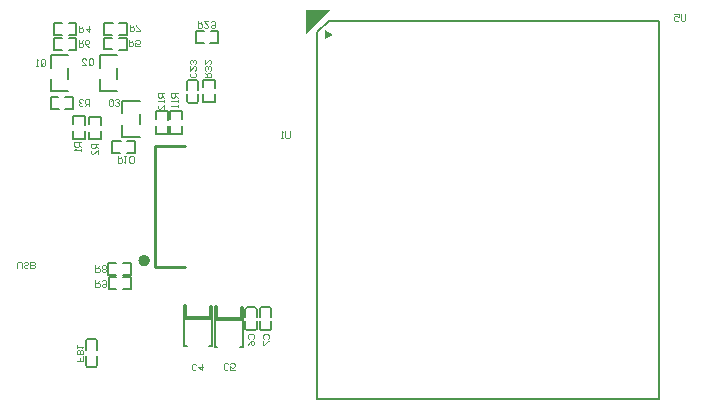
<source format=gbo>
G04 Layer_Color=32896*
%FSLAX44Y44*%
%MOMM*%
G71*
G01*
G75*
%ADD34C,0.1270*%
%ADD35C,0.5000*%
%ADD37C,0.2000*%
%ADD58C,0.2540*%
%ADD86C,0.1524*%
%ADD89C,0.1000*%
%ADD92R,2.3876X0.4572*%
G36*
X294980Y321142D02*
X288130Y317292D01*
Y324912D01*
X294980Y321142D01*
D02*
G37*
G36*
X272505Y321757D02*
Y342077D01*
X292825D01*
X272505Y321757D01*
D02*
G37*
D34*
X281445Y13147D02*
X571445D01*
Y333147D01*
X291515D02*
X571445D01*
X281445Y323077D02*
X291515Y333147D01*
X281445Y13147D02*
Y323077D01*
X120777Y231244D02*
X127479Y231255D01*
X108458Y231367D02*
X115482Y231378D01*
X120903Y221233D02*
X127479Y221244D01*
X108458Y221210D02*
X114939Y221221D01*
X108458Y221210D02*
Y231367D01*
X127479Y221244D02*
Y231255D01*
X155190Y243855D02*
X155202Y237153D01*
X155313Y256174D02*
X155325Y249150D01*
X145179Y243729D02*
X145190Y237153D01*
X145156Y256174D02*
X145167Y249693D01*
X145156Y256174D02*
X155313D01*
X145190Y237153D02*
X155202D01*
X157108Y256166D02*
X157120Y249464D01*
X156985Y244169D02*
X156997Y237145D01*
X167120Y256166D02*
X167131Y249590D01*
X167143Y243626D02*
X167154Y237145D01*
X156997D02*
X167154D01*
X157108Y256166D02*
X167120D01*
X179236Y314379D02*
X185937Y314391D01*
X191232Y314256D02*
X198256Y314268D01*
X179236Y324391D02*
X185811Y324402D01*
X191776Y324414D02*
X198256Y324425D01*
Y314268D02*
Y324425D01*
X179236Y314379D02*
Y324391D01*
X194912Y270801D02*
X194923Y264099D01*
X195034Y283120D02*
X195046Y276096D01*
X184900Y270675D02*
X184912Y264099D01*
X184877Y283120D02*
X184889Y276639D01*
X184877Y283120D02*
X195034D01*
X184912Y264099D02*
X194923D01*
X117167Y127756D02*
X123868Y127768D01*
X104848Y127879D02*
X111872Y127891D01*
X117292Y117745D02*
X123868Y117756D01*
X104848Y117722D02*
X111328Y117733D01*
X104848Y117722D02*
Y127879D01*
X123868Y117756D02*
Y127768D01*
X105220Y105798D02*
X111921Y105809D01*
X117216Y105675D02*
X124240Y105687D01*
X105220Y115810D02*
X111796Y115821D01*
X117760Y115833D02*
X124240Y115844D01*
Y105687D02*
Y115844D01*
X105220Y105798D02*
Y115810D01*
X85086Y239791D02*
X85098Y233089D01*
X85209Y252110D02*
X85221Y245086D01*
X75075Y239665D02*
X75086Y233089D01*
X75052Y252110D02*
X75063Y245629D01*
X75052Y252110D02*
X85209D01*
X75086Y233089D02*
X85098D01*
X98439Y239337D02*
X98450Y232636D01*
X98561Y251656D02*
X98573Y244632D01*
X88427Y239212D02*
X88439Y232636D01*
X88405Y251656D02*
X88416Y245176D01*
X88405Y251656D02*
X98561D01*
X88439Y232636D02*
X98450D01*
X56143Y258054D02*
X62844Y258065D01*
X68139Y257931D02*
X75163Y257943D01*
X56143Y268065D02*
X62718Y268077D01*
X68682Y268088D02*
X75163Y268099D01*
Y257943D02*
Y268099D01*
X56143Y258054D02*
Y268065D01*
X71303Y318620D02*
X78004Y318631D01*
X58984Y318743D02*
X66008Y318755D01*
X71428Y308609D02*
X78004Y308620D01*
X58984Y308586D02*
X65464Y308597D01*
X58984Y308586D02*
Y318743D01*
X78004Y308620D02*
Y318631D01*
X71303Y330956D02*
X78004Y330968D01*
X58984Y331079D02*
X66008Y331091D01*
X71428Y320945D02*
X78004Y320956D01*
X58984Y320922D02*
X65464Y320933D01*
X58984Y320922D02*
Y331079D01*
X78004Y320956D02*
Y330968D01*
X113975Y330956D02*
X120676Y330968D01*
X101656Y331079D02*
X108680Y331091D01*
X114100Y320945D02*
X120676Y320956D01*
X101656Y320922D02*
X108136Y320933D01*
X101656Y320922D02*
Y331079D01*
X120676Y320956D02*
Y330968D01*
X101656Y308709D02*
X108357Y308720D01*
X113652Y308586D02*
X120676Y308598D01*
X101656Y318720D02*
X108232Y318732D01*
X114196Y318743D02*
X120676Y318755D01*
Y308598D02*
Y318755D01*
X101656Y308709D02*
Y318720D01*
D35*
X137822Y129882D02*
G03*
X137822Y129882I-2499J0D01*
G01*
D37*
X217136Y90874D02*
X218914D01*
X195038Y91128D02*
X196816D01*
X195038Y57092D02*
Y91128D01*
Y57092D02*
X197324D01*
X218914Y56584D02*
Y90874D01*
X216374Y56584D02*
X218914D01*
X196816Y80968D02*
Y91128D01*
X217136Y80714D02*
Y90874D01*
X191025Y91729D02*
X192803D01*
X168927Y91983D02*
X170705D01*
X168927Y57947D02*
Y91983D01*
Y57947D02*
X171213D01*
X192803Y57439D02*
Y91729D01*
X190263Y57439D02*
X192803D01*
X170705Y81823D02*
Y91983D01*
X191025Y81569D02*
Y91729D01*
D58*
X144323Y226882D02*
X169901D01*
X144323Y124882D02*
Y226882D01*
Y124882D02*
X169322D01*
X169901D01*
D86*
X230891Y88805D02*
G03*
X229367Y90329I-1524J0D01*
G01*
X222443D02*
G03*
X220919Y88805I0J-1524D01*
G01*
X220935Y72344D02*
G03*
X222459Y70820I1524J0D01*
G01*
X229383D02*
G03*
X230907Y72344I0J1524D01*
G01*
X243092Y88773D02*
G03*
X241567Y90297I-1524J0D01*
G01*
X234643D02*
G03*
X233119Y88773I0J-1524D01*
G01*
X233135Y72312D02*
G03*
X234659Y70788I1524J0D01*
G01*
X241583D02*
G03*
X243107Y72312I0J1524D01*
G01*
X181335Y281226D02*
G03*
X179811Y282750I-1524J0D01*
G01*
X172887D02*
G03*
X171363Y281226I0J-1524D01*
G01*
X171379Y264765D02*
G03*
X172903Y263241I1524J0D01*
G01*
X179827D02*
G03*
X181351Y264765I0J1524D01*
G01*
X222443Y90329D02*
X229367D01*
X220919Y82257D02*
Y88805D01*
X230891Y82208D02*
Y88805D01*
X222459Y70820D02*
X229383D01*
X230884Y78674D02*
X230907Y72344D01*
X220935D02*
X220938Y78622D01*
X234643Y90297D02*
X241567D01*
X233119Y82225D02*
Y88773D01*
X243092Y82176D02*
Y88773D01*
X234659Y70788D02*
X241583D01*
X243084Y78642D02*
X243107Y72312D01*
X233135D02*
X233138Y78590D01*
X172887Y282750D02*
X179811D01*
X171363Y274678D02*
Y281226D01*
X181335Y274629D02*
Y281226D01*
X172903Y263241D02*
X179827D01*
X181328Y271095D02*
X181351Y264765D01*
X171379D02*
X171382Y271043D01*
X95699Y41648D02*
Y49549D01*
X94175Y40124D02*
X95699Y41648D01*
X87251Y40124D02*
X94175D01*
X85727Y41648D02*
X87251Y40124D01*
X85727Y41648D02*
Y49549D01*
X95699Y54073D02*
Y61974D01*
X94175Y63498D02*
X95699Y61974D01*
X87251Y63498D02*
X94175D01*
X85727Y61974D02*
X87251Y63498D01*
X85727Y54073D02*
Y61974D01*
X70619Y283839D02*
Y292947D01*
X56095Y293339D02*
Y303655D01*
X70619D01*
X56095Y273130D02*
Y283447D01*
Y273130D02*
X70619D01*
X112683Y283839D02*
Y292947D01*
X98159Y293339D02*
Y303655D01*
X112683D01*
X98159Y273130D02*
Y283447D01*
Y273130D02*
X112683D01*
X131479Y245231D02*
Y254339D01*
X116955Y254730D02*
Y265047D01*
X131479D01*
X116955Y234522D02*
Y244839D01*
Y234522D02*
X131479D01*
D89*
X179322Y37989D02*
X178406Y37073D01*
X176573D01*
X175657Y37989D01*
Y41655D01*
X176573Y42571D01*
X178406D01*
X179322Y41655D01*
X183904Y42571D02*
Y37073D01*
X181155Y39822D01*
X184820D01*
X206375Y38469D02*
X205458Y37552D01*
X203626D01*
X202709Y38469D01*
Y42134D01*
X203626Y43051D01*
X205458D01*
X206375Y42134D01*
X211873Y37552D02*
X208207D01*
Y40302D01*
X210040Y39385D01*
X210957D01*
X211873Y40302D01*
Y42134D01*
X210957Y43051D01*
X209124D01*
X208207Y42134D01*
X224035Y63769D02*
X223119Y64686D01*
Y66518D01*
X224035Y67435D01*
X227701D01*
X228617Y66518D01*
Y64686D01*
X227701Y63769D01*
X223119Y58271D02*
X224035Y60104D01*
X225868Y61936D01*
X227701D01*
X228617Y61020D01*
Y59187D01*
X227701Y58271D01*
X226784D01*
X225868Y59187D01*
Y61936D01*
X236744Y63737D02*
X235827Y64653D01*
Y66486D01*
X236744Y67402D01*
X240409D01*
X241326Y66486D01*
Y64653D01*
X240409Y63737D01*
X235827Y61904D02*
Y58239D01*
X236744D01*
X240409Y61904D01*
X241326D01*
X178609Y289028D02*
X179526Y288111D01*
Y286279D01*
X178609Y285362D01*
X174944D01*
X174027Y286279D01*
Y288111D01*
X174944Y289028D01*
X174027Y294526D02*
Y290861D01*
X177693Y294526D01*
X178609D01*
X179526Y293610D01*
Y291777D01*
X178609Y290861D01*
Y296359D02*
X179526Y297275D01*
Y299108D01*
X178609Y300024D01*
X177693D01*
X176776Y299108D01*
Y298192D01*
Y299108D01*
X175860Y300024D01*
X174944D01*
X174027Y299108D01*
Y297275D01*
X174944Y296359D01*
X83747Y48893D02*
Y45227D01*
X80998D01*
Y47060D01*
Y45227D01*
X78249D01*
X83747Y50726D02*
X78249D01*
Y53475D01*
X79165Y54391D01*
X80082D01*
X80998Y53475D01*
Y50726D01*
Y53475D01*
X81914Y54391D01*
X82831D01*
X83747Y53475D01*
Y50726D01*
X78249Y56224D02*
Y58057D01*
Y57140D01*
X83747D01*
X82831Y56224D01*
X47660Y295913D02*
Y299578D01*
X48576Y300495D01*
X50409D01*
X51325Y299578D01*
Y295913D01*
X50409Y294997D01*
X48576D01*
X49493Y296829D02*
X47660Y294997D01*
X48576D02*
X47660Y295913D01*
X45827Y294997D02*
X43994D01*
X44911D01*
Y300495D01*
X45827Y299578D01*
X88300Y296443D02*
Y300109D01*
X89216Y301025D01*
X91049D01*
X91965Y300109D01*
Y296443D01*
X91049Y295527D01*
X89216D01*
X90133Y297360D02*
X88300Y295527D01*
X89216D02*
X88300Y296443D01*
X82802Y295527D02*
X86467D01*
X82802Y299192D01*
Y300109D01*
X83718Y301025D01*
X85551D01*
X86467Y300109D01*
X81805Y229995D02*
X76307D01*
Y227246D01*
X77223Y226329D01*
X79056D01*
X79973Y227246D01*
Y229995D01*
Y228162D02*
X81805Y226329D01*
Y224496D02*
Y222664D01*
Y223580D01*
X76307D01*
X77223Y224496D01*
X96029Y228979D02*
X90531D01*
Y226230D01*
X91447Y225313D01*
X93280D01*
X94197Y226230D01*
Y228979D01*
Y227146D02*
X96029Y225313D01*
Y219815D02*
Y223480D01*
X92364Y219815D01*
X91447D01*
X90531Y220731D01*
Y222564D01*
X91447Y223480D01*
X88917Y260983D02*
Y266481D01*
X86168D01*
X85252Y265565D01*
Y263732D01*
X86168Y262815D01*
X88917D01*
X87085D02*
X85252Y260983D01*
X83419Y265565D02*
X82503Y266481D01*
X80670D01*
X79754Y265565D01*
Y264648D01*
X80670Y263732D01*
X81586D01*
X80670D01*
X79754Y262815D01*
Y261899D01*
X80670Y260983D01*
X82503D01*
X83419Y261899D01*
X80281Y328547D02*
Y323049D01*
X83030D01*
X83947Y323965D01*
Y325798D01*
X83030Y326714D01*
X80281D01*
X82114D02*
X83947Y328547D01*
X88529D02*
Y323049D01*
X85779Y325798D01*
X89445D01*
X122445Y316863D02*
Y311364D01*
X125194D01*
X126111Y312281D01*
Y314114D01*
X125194Y315030D01*
X122445D01*
X124278D02*
X126111Y316863D01*
X131609Y311364D02*
X127943D01*
Y314114D01*
X129776Y313197D01*
X130693D01*
X131609Y314114D01*
Y315946D01*
X130693Y316863D01*
X128860D01*
X127943Y315946D01*
X79773Y316355D02*
Y310856D01*
X82522D01*
X83439Y311773D01*
Y313606D01*
X82522Y314522D01*
X79773D01*
X81606D02*
X83439Y316355D01*
X88937Y310856D02*
X87104Y311773D01*
X85272Y313606D01*
Y315438D01*
X86188Y316355D01*
X88021D01*
X88937Y315438D01*
Y314522D01*
X88021Y313606D01*
X85272D01*
X122953Y329563D02*
Y324064D01*
X125702D01*
X126619Y324981D01*
Y326814D01*
X125702Y327730D01*
X122953D01*
X124786D02*
X126619Y329563D01*
X128451Y324064D02*
X132117D01*
Y324981D01*
X128451Y328646D01*
Y329563D01*
X93997Y125855D02*
Y120357D01*
X96746D01*
X97663Y121273D01*
Y123106D01*
X96746Y124022D01*
X93997D01*
X95830D02*
X97663Y125855D01*
X99495Y121273D02*
X100412Y120357D01*
X102245D01*
X103161Y121273D01*
Y122189D01*
X102245Y123106D01*
X103161Y124022D01*
Y124938D01*
X102245Y125855D01*
X100412D01*
X99495Y124938D01*
Y124022D01*
X100412Y123106D01*
X99495Y122189D01*
Y121273D01*
X100412Y123106D02*
X102245D01*
X93997Y113155D02*
Y107656D01*
X96746D01*
X97663Y108573D01*
Y110406D01*
X96746Y111322D01*
X93997D01*
X95830D02*
X97663Y113155D01*
X99495Y112238D02*
X100412Y113155D01*
X102245D01*
X103161Y112238D01*
Y108573D01*
X102245Y107656D01*
X100412D01*
X99495Y108573D01*
Y109489D01*
X100412Y110406D01*
X103161D01*
X112793Y218311D02*
Y212812D01*
X115542D01*
X116459Y213729D01*
Y215562D01*
X115542Y216478D01*
X112793D01*
X114626D02*
X116459Y218311D01*
X118292D02*
X120124D01*
X119208D01*
Y212812D01*
X118292Y213729D01*
X122873D02*
X123790Y212812D01*
X125622D01*
X126539Y213729D01*
Y217394D01*
X125622Y218311D01*
X123790D01*
X122873Y217394D01*
Y213729D01*
X163593Y271651D02*
X158095D01*
Y268902D01*
X159011Y267985D01*
X160844D01*
X161761Y268902D01*
Y271651D01*
Y269818D02*
X163593Y267985D01*
Y266152D02*
Y264320D01*
Y265236D01*
X158095D01*
X159011Y266152D01*
X163593Y261571D02*
Y259738D01*
Y260654D01*
X158095D01*
X159011Y261571D01*
X152417Y271651D02*
X146919D01*
Y268902D01*
X147835Y267985D01*
X149668D01*
X150584Y268902D01*
Y271651D01*
Y269818D02*
X152417Y267985D01*
Y266152D02*
Y264320D01*
Y265236D01*
X146919D01*
X147835Y266152D01*
X152417Y257905D02*
Y261571D01*
X148752Y257905D01*
X147835D01*
X146919Y258822D01*
Y260654D01*
X147835Y261571D01*
X180584Y332491D02*
Y326992D01*
X183333D01*
X184249Y327909D01*
Y329742D01*
X183333Y330658D01*
X180584D01*
X182416D02*
X184249Y332491D01*
X189747D02*
X186082D01*
X189747Y328825D01*
Y327909D01*
X188831Y326992D01*
X186998D01*
X186082Y327909D01*
X191580Y331574D02*
X192496Y332491D01*
X194329D01*
X195245Y331574D01*
Y327909D01*
X194329Y326992D01*
X192496D01*
X191580Y327909D01*
Y328825D01*
X192496Y329742D01*
X195245D01*
X186502Y285187D02*
X192001D01*
Y287936D01*
X191084Y288852D01*
X189251D01*
X188335Y287936D01*
Y285187D01*
Y287020D02*
X186502Y288852D01*
X191084Y290685D02*
X192001Y291602D01*
Y293434D01*
X191084Y294351D01*
X190168D01*
X189251Y293434D01*
Y292518D01*
Y293434D01*
X188335Y294351D01*
X187419D01*
X186502Y293434D01*
Y291602D01*
X187419Y290685D01*
X186502Y299849D02*
Y296183D01*
X190168Y299849D01*
X191084D01*
X192001Y298932D01*
Y297100D01*
X191084Y296183D01*
X258589Y239557D02*
Y234975D01*
X257673Y234059D01*
X255840D01*
X254924Y234975D01*
Y239557D01*
X253091Y234059D02*
X251258D01*
X252175D01*
Y239557D01*
X253091Y238641D01*
X593361Y338617D02*
Y334035D01*
X592445Y333119D01*
X590612D01*
X589696Y334035D01*
Y338617D01*
X584198D02*
X587863D01*
Y335868D01*
X586030Y336784D01*
X585114D01*
X584198Y335868D01*
Y334035D01*
X585114Y333119D01*
X586947D01*
X587863Y334035D01*
X27957Y123405D02*
Y127986D01*
X28874Y128903D01*
X30706D01*
X31623Y127986D01*
Y123405D01*
X37121Y124321D02*
X36205Y123405D01*
X34372D01*
X33456Y124321D01*
Y125237D01*
X34372Y126154D01*
X36205D01*
X37121Y127070D01*
Y127986D01*
X36205Y128903D01*
X34372D01*
X33456Y127986D01*
X38954Y123405D02*
Y128903D01*
X41703D01*
X42619Y127986D01*
Y127070D01*
X41703Y126154D01*
X38954D01*
X41703D01*
X42619Y125237D01*
Y124321D01*
X41703Y123405D01*
X38954D01*
X108839Y265654D02*
Y261989D01*
X107922Y261073D01*
X106090D01*
X105173Y261989D01*
Y265654D01*
X106090Y266571D01*
X107922D01*
X107006Y264738D02*
X108839Y266571D01*
X107922D02*
X108839Y265654D01*
X110672Y261989D02*
X111588Y261073D01*
X113421D01*
X114337Y261989D01*
Y262905D01*
X113421Y263822D01*
X112504D01*
X113421D01*
X114337Y264738D01*
Y265654D01*
X113421Y266571D01*
X111588D01*
X110672Y265654D01*
D92*
X206974Y80712D02*
D03*
X180863Y81568D02*
D03*
M02*

</source>
